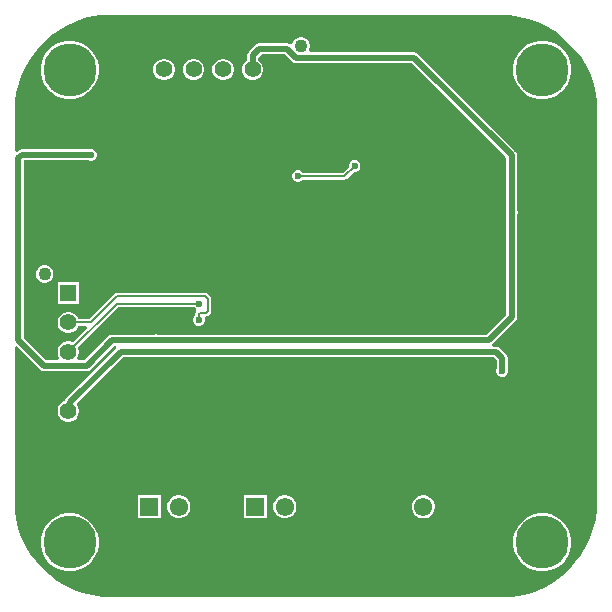
<source format=gbr>
%TF.GenerationSoftware,Altium Limited,Altium Designer,25.6.2 (33)*%
G04 Layer_Physical_Order=2*
G04 Layer_Color=16711680*
%FSLAX45Y45*%
%MOMM*%
%TF.SameCoordinates,15D36C4B-3844-4F14-8141-44B8E1ADB722*%
%TF.FilePolarity,Positive*%
%TF.FileFunction,Copper,L2,Bot,Signal*%
%TF.Part,Single*%
G01*
G75*
%TA.AperFunction,Conductor*%
%ADD31C,0.20000*%
%ADD32C,0.50000*%
%TA.AperFunction,ViaPad*%
%ADD34C,0.60000*%
%TA.AperFunction,ComponentPad*%
%ADD35R,1.55000X1.55000*%
%ADD36C,1.55000*%
%ADD37R,1.40000X1.40000*%
%ADD38C,1.40000*%
%ADD39C,1.10000*%
%ADD40R,1.40000X1.40000*%
%TA.AperFunction,ViaPad*%
%ADD41C,4.50000*%
G36*
X4123545Y4964484D02*
X4123546Y4964484D01*
Y4964485D01*
X4145378Y4965557D01*
X4226490Y4961572D01*
X4306821Y4949656D01*
X4385597Y4929924D01*
X4462060Y4902565D01*
X4535473Y4867843D01*
X4605129Y4826093D01*
X4670358Y4777716D01*
X4730531Y4723179D01*
X4785068Y4663006D01*
X4833445Y4597778D01*
X4875195Y4528121D01*
X4909917Y4454708D01*
X4937276Y4378245D01*
X4957008Y4299469D01*
X4966638Y4234548D01*
X4966638Y4234547D01*
X4966638D01*
X4966659Y4234528D01*
Y877346D01*
X4967298Y874133D01*
X4968257Y854622D01*
X4964272Y773510D01*
X4952356Y693179D01*
X4932623Y614403D01*
X4905265Y537940D01*
X4870543Y464527D01*
X4828792Y394870D01*
X4780416Y329642D01*
X4725878Y269469D01*
X4665706Y214932D01*
X4600477Y166555D01*
X4530821Y124805D01*
X4457408Y90083D01*
X4380945Y62724D01*
X4302169Y42992D01*
X4237247Y33362D01*
X4237247Y33362D01*
Y33362D01*
X4237228Y33341D01*
X894647D01*
X890517Y34286D01*
X890105Y34562D01*
X876454Y37505D01*
X876454Y37504D01*
X854622Y36432D01*
X773510Y40416D01*
X693179Y52332D01*
X614403Y72065D01*
X537940Y99424D01*
X464527Y134146D01*
X394870Y175896D01*
X329642Y224273D01*
X269469Y278810D01*
X214932Y338983D01*
X166555Y404211D01*
X124805Y473867D01*
X90083Y547280D01*
X62724Y623743D01*
X42992Y702520D01*
X33362Y767441D01*
X33362Y767442D01*
X33362D01*
X33340Y767461D01*
Y2150956D01*
X51818Y2158609D01*
X246159Y1964269D01*
X261044Y1954323D01*
X278602Y1950830D01*
X645334D01*
X662892Y1954323D01*
X677777Y1964269D01*
X876163Y2162655D01*
X887677Y2161072D01*
X891104Y2155654D01*
X894196Y2139988D01*
X471855Y1717648D01*
X461909Y1702763D01*
X460939Y1697883D01*
X452339Y1695578D01*
X431817Y1683729D01*
X415060Y1666973D01*
X403211Y1646450D01*
X397078Y1623560D01*
Y1599863D01*
X403211Y1576973D01*
X415060Y1556451D01*
X431817Y1539694D01*
X452339Y1527845D01*
X475229Y1521712D01*
X498926D01*
X521816Y1527845D01*
X542339Y1539694D01*
X559095Y1556451D01*
X570944Y1576973D01*
X577078Y1599863D01*
Y1623560D01*
X570944Y1646450D01*
X559095Y1666973D01*
X555024Y1671044D01*
X949821Y2065841D01*
X4093648D01*
X4115569Y2043920D01*
Y1973210D01*
X4111450Y1963267D01*
Y1943376D01*
X4119062Y1924999D01*
X4133127Y1910934D01*
X4151505Y1903322D01*
X4171396D01*
X4189773Y1910934D01*
X4203838Y1924999D01*
X4211450Y1943376D01*
Y1963267D01*
X4207332Y1973210D01*
Y2062925D01*
X4203839Y2080483D01*
X4193893Y2095368D01*
X4145096Y2144165D01*
X4130211Y2154111D01*
X4112653Y2157604D01*
X4083373D01*
X4077306Y2177604D01*
X4080061Y2179444D01*
X4273611Y2372994D01*
X4283557Y2387879D01*
X4287049Y2405437D01*
Y3274126D01*
X4291167Y3284069D01*
Y3303960D01*
X4287049Y3313903D01*
Y3775271D01*
X4283557Y3792829D01*
X4273611Y3807714D01*
X3445381Y4635943D01*
X3430496Y4645889D01*
X3412938Y4649382D01*
X2536451D01*
X2524904Y4669382D01*
X2527889Y4674551D01*
X2533000Y4693626D01*
Y4713374D01*
X2527889Y4732449D01*
X2518015Y4749551D01*
X2504051Y4763515D01*
X2486949Y4773389D01*
X2467874Y4778500D01*
X2448126D01*
X2429051Y4773389D01*
X2411949Y4763515D01*
X2397985Y4749551D01*
X2388111Y4732449D01*
X2386340Y4725841D01*
X2386284Y4725772D01*
X2363782Y4717785D01*
X2359137Y4720889D01*
X2341579Y4724382D01*
X2104675D01*
X2087116Y4720889D01*
X2072232Y4710943D01*
X2015557Y4654269D01*
X2005611Y4639384D01*
X2002118Y4621825D01*
Y4580933D01*
X1992739Y4575518D01*
X1975982Y4558761D01*
X1964133Y4538239D01*
X1958000Y4515349D01*
Y4491651D01*
X1964133Y4468761D01*
X1975982Y4448239D01*
X1992739Y4431482D01*
X2013261Y4419634D01*
X2036151Y4413500D01*
X2059849D01*
X2082739Y4419634D01*
X2103261Y4431482D01*
X2120018Y4448239D01*
X2131866Y4468761D01*
X2138000Y4491651D01*
Y4515349D01*
X2131866Y4538239D01*
X2120018Y4558761D01*
X2103261Y4575518D01*
X2093882Y4580933D01*
Y4602821D01*
X2123680Y4632619D01*
X2322574D01*
X2384135Y4571057D01*
X2399021Y4561111D01*
X2416579Y4557619D01*
X3393933D01*
X4195286Y3756266D01*
Y3313903D01*
X4191168Y3303960D01*
Y3284069D01*
X4195286Y3274126D01*
Y2424442D01*
X4028613Y2257769D01*
X2164616D01*
X2160650Y2259412D01*
X2140758D01*
X2136792Y2257769D01*
X1249836D01*
X1239893Y2261888D01*
X1220002D01*
X1210059Y2257769D01*
X860510D01*
X842952Y2254277D01*
X828066Y2244331D01*
X626329Y2042593D01*
X571389D01*
X562642Y2062593D01*
X570944Y2076973D01*
X577078Y2099863D01*
Y2123560D01*
X570944Y2146450D01*
X568796Y2150172D01*
X909457Y2490834D01*
X1557374D01*
X1568453Y2479755D01*
X1569215Y2478779D01*
X1572847Y2455865D01*
X1571117Y2454135D01*
X1564487Y2444212D01*
X1562158Y2432506D01*
X1562158Y2432505D01*
Y2423045D01*
X1550358Y2411245D01*
X1542746Y2392868D01*
Y2372977D01*
X1550358Y2354600D01*
X1564423Y2340534D01*
X1582800Y2332922D01*
X1602692D01*
X1621069Y2340534D01*
X1635134Y2354600D01*
X1642746Y2372977D01*
Y2392868D01*
X1642429Y2393634D01*
X1655792Y2413634D01*
X1655885D01*
X1655886Y2413634D01*
X1667591Y2415963D01*
X1677515Y2422593D01*
X1689230Y2434309D01*
X1689231Y2434309D01*
X1695861Y2444233D01*
X1698190Y2455938D01*
X1698189Y2455939D01*
Y2562606D01*
X1695861Y2574311D01*
X1689231Y2584235D01*
X1670415Y2603050D01*
X1660491Y2609681D01*
X1648786Y2612010D01*
X1648785Y2612009D01*
X900219D01*
X888514Y2609681D01*
X878590Y2603050D01*
X878590Y2603050D01*
X667839Y2392300D01*
X572057D01*
X570944Y2396450D01*
X559095Y2416973D01*
X542339Y2433729D01*
X521816Y2445578D01*
X498926Y2451712D01*
X475229D01*
X452339Y2445578D01*
X431817Y2433729D01*
X415060Y2416973D01*
X403211Y2396450D01*
X397078Y2373560D01*
Y2349863D01*
X403211Y2326973D01*
X415060Y2306451D01*
X431817Y2289694D01*
X452339Y2277845D01*
X475229Y2271712D01*
X498926D01*
X521816Y2277845D01*
X542339Y2289694D01*
X559095Y2306451D01*
X570944Y2326973D01*
X572057Y2331124D01*
X637101D01*
X644755Y2312646D01*
X525538Y2193430D01*
X521816Y2195578D01*
X498926Y2201712D01*
X475229D01*
X452339Y2195578D01*
X431817Y2183729D01*
X415060Y2166973D01*
X403211Y2146450D01*
X397078Y2123560D01*
Y2099863D01*
X403211Y2076973D01*
X411514Y2062593D01*
X402767Y2042593D01*
X297607D01*
X110184Y2230016D01*
Y3731904D01*
X112598Y3734319D01*
X658595D01*
X668538Y3730200D01*
X688429D01*
X706806Y3737812D01*
X720872Y3751877D01*
X728483Y3770255D01*
Y3790146D01*
X720872Y3808523D01*
X706806Y3822588D01*
X688429Y3830200D01*
X668538D01*
X658595Y3826082D01*
X93593D01*
X76035Y3822589D01*
X61150Y3812643D01*
X51818Y3803311D01*
X33340Y3810965D01*
Y4114422D01*
X33967Y4123020D01*
X33967Y4123021D01*
X32894Y4144853D01*
X36879Y4225965D01*
X48795Y4306296D01*
X68527Y4385072D01*
X95886Y4461535D01*
X130608Y4534948D01*
X172358Y4604604D01*
X220735Y4669833D01*
X275272Y4730006D01*
X335445Y4784543D01*
X400674Y4832920D01*
X470330Y4874670D01*
X543743Y4909392D01*
X620206Y4936751D01*
X698982Y4956483D01*
X763904Y4966113D01*
X763904Y4966113D01*
Y4966113D01*
X763923Y4966134D01*
X4104389Y4966134D01*
X4123545Y4964484D01*
D02*
G37*
%LPC*%
G36*
X1809849Y4593500D02*
X1786151D01*
X1763261Y4587366D01*
X1742739Y4575518D01*
X1725982Y4558761D01*
X1714133Y4538239D01*
X1708000Y4515349D01*
Y4491651D01*
X1714133Y4468761D01*
X1725982Y4448239D01*
X1742739Y4431482D01*
X1763261Y4419634D01*
X1786151Y4413500D01*
X1809849D01*
X1832739Y4419634D01*
X1853261Y4431482D01*
X1870018Y4448239D01*
X1881866Y4468761D01*
X1888000Y4491651D01*
Y4515349D01*
X1881866Y4538239D01*
X1870018Y4558761D01*
X1853261Y4575518D01*
X1832739Y4587366D01*
X1809849Y4593500D01*
D02*
G37*
G36*
X1559849D02*
X1536151D01*
X1513261Y4587366D01*
X1492739Y4575518D01*
X1475982Y4558761D01*
X1464133Y4538239D01*
X1458000Y4515349D01*
Y4491651D01*
X1464133Y4468761D01*
X1475982Y4448239D01*
X1492739Y4431482D01*
X1513261Y4419634D01*
X1536151Y4413500D01*
X1559849D01*
X1582739Y4419634D01*
X1603261Y4431482D01*
X1620018Y4448239D01*
X1631866Y4468761D01*
X1638000Y4491651D01*
Y4515349D01*
X1631866Y4538239D01*
X1620018Y4558761D01*
X1603261Y4575518D01*
X1582739Y4587366D01*
X1559849Y4593500D01*
D02*
G37*
G36*
X1309849D02*
X1286151D01*
X1263261Y4587366D01*
X1242739Y4575518D01*
X1225982Y4558761D01*
X1214133Y4538239D01*
X1208000Y4515349D01*
Y4491651D01*
X1214133Y4468761D01*
X1225982Y4448239D01*
X1242739Y4431482D01*
X1263261Y4419634D01*
X1286151Y4413500D01*
X1309849D01*
X1332739Y4419634D01*
X1353261Y4431482D01*
X1370018Y4448239D01*
X1381866Y4468761D01*
X1388000Y4491651D01*
Y4515349D01*
X1381866Y4538239D01*
X1370018Y4558761D01*
X1353261Y4575518D01*
X1332739Y4587366D01*
X1309849Y4593500D01*
D02*
G37*
G36*
X4524130Y4745000D02*
X4475869D01*
X4428536Y4735585D01*
X4383949Y4717116D01*
X4343821Y4690304D01*
X4309696Y4656178D01*
X4282884Y4616051D01*
X4264415Y4571464D01*
X4255000Y4524130D01*
Y4475869D01*
X4264415Y4428536D01*
X4282884Y4383949D01*
X4309696Y4343821D01*
X4343821Y4309696D01*
X4383949Y4282884D01*
X4428536Y4264415D01*
X4475869Y4255000D01*
X4524130D01*
X4571464Y4264415D01*
X4616051Y4282884D01*
X4656178Y4309696D01*
X4690304Y4343821D01*
X4717116Y4383949D01*
X4735585Y4428536D01*
X4745000Y4475869D01*
Y4524130D01*
X4735585Y4571464D01*
X4717116Y4616051D01*
X4690304Y4656178D01*
X4656178Y4690304D01*
X4616051Y4717116D01*
X4571464Y4735585D01*
X4524130Y4745000D01*
D02*
G37*
G36*
X524131D02*
X475870D01*
X428536Y4735585D01*
X383949Y4717116D01*
X343822Y4690304D01*
X309696Y4656178D01*
X282884Y4616051D01*
X264415Y4571464D01*
X255000Y4524130D01*
Y4475869D01*
X264415Y4428536D01*
X282884Y4383949D01*
X309696Y4343821D01*
X343822Y4309696D01*
X383949Y4282884D01*
X428536Y4264415D01*
X475870Y4255000D01*
X524131D01*
X571464Y4264415D01*
X616051Y4282884D01*
X656179Y4309696D01*
X690304Y4343821D01*
X717116Y4383949D01*
X735585Y4428536D01*
X745000Y4475869D01*
Y4524130D01*
X735585Y4571464D01*
X717116Y4616051D01*
X690304Y4656178D01*
X656179Y4690304D01*
X616051Y4717116D01*
X571464Y4735585D01*
X524131Y4745000D01*
D02*
G37*
G36*
X2921352Y3736415D02*
X2901460D01*
X2883083Y3728804D01*
X2869018Y3714738D01*
X2861406Y3696361D01*
Y3679673D01*
X2812521Y3630788D01*
X2471898D01*
X2460098Y3642588D01*
X2441721Y3650200D01*
X2421830D01*
X2403452Y3642588D01*
X2389387Y3628523D01*
X2381775Y3610146D01*
Y3590255D01*
X2389387Y3571878D01*
X2403452Y3557812D01*
X2421830Y3550200D01*
X2441721D01*
X2460098Y3557812D01*
X2471898Y3569613D01*
X2825189D01*
X2825191Y3569612D01*
X2836896Y3571941D01*
X2846820Y3578571D01*
X2904663Y3636416D01*
X2921352D01*
X2939729Y3644028D01*
X2953794Y3658093D01*
X2961406Y3676470D01*
Y3696361D01*
X2953794Y3714738D01*
X2939729Y3728804D01*
X2921352Y3736415D01*
D02*
G37*
G36*
X296952Y2846712D02*
X277204D01*
X258129Y2841601D01*
X241027Y2831727D01*
X227063Y2817763D01*
X217189Y2800661D01*
X212078Y2781586D01*
Y2761838D01*
X217189Y2742763D01*
X227063Y2725661D01*
X241027Y2711697D01*
X258129Y2701823D01*
X277204Y2696712D01*
X296952D01*
X316027Y2701823D01*
X333129Y2711697D01*
X347093Y2725661D01*
X356967Y2742763D01*
X362078Y2761838D01*
Y2781586D01*
X356967Y2800661D01*
X347093Y2817763D01*
X333129Y2831727D01*
X316027Y2841601D01*
X296952Y2846712D01*
D02*
G37*
G36*
X577078Y2701712D02*
X397078D01*
Y2521712D01*
X577078D01*
Y2701712D01*
D02*
G37*
G36*
X2334118Y899800D02*
X2308445D01*
X2283648Y893155D01*
X2261415Y880320D01*
X2243262Y862166D01*
X2230426Y839934D01*
X2223781Y815136D01*
Y789464D01*
X2230426Y764666D01*
X2243262Y742434D01*
X2261415Y724281D01*
X2283648Y711445D01*
X2308445Y704800D01*
X2334118D01*
X2358915Y711445D01*
X2381148Y724281D01*
X2399301Y742434D01*
X2412137Y764666D01*
X2418781Y789464D01*
Y815136D01*
X2412137Y839934D01*
X2399301Y862166D01*
X2381148Y880320D01*
X2358915Y893155D01*
X2334118Y899800D01*
D02*
G37*
G36*
X2168781D02*
X1973781D01*
Y704800D01*
X2168781D01*
Y899800D01*
D02*
G37*
G36*
X1436141D02*
X1410469D01*
X1385672Y893155D01*
X1363439Y880320D01*
X1345286Y862166D01*
X1332450Y839934D01*
X1325805Y815136D01*
Y789464D01*
X1332450Y764666D01*
X1345286Y742434D01*
X1363439Y724281D01*
X1385672Y711445D01*
X1410469Y704800D01*
X1436141D01*
X1460939Y711445D01*
X1483172Y724281D01*
X1501325Y742434D01*
X1514161Y764666D01*
X1520805Y789464D01*
Y815136D01*
X1514161Y839934D01*
X1501325Y862166D01*
X1483172Y880320D01*
X1460939Y893155D01*
X1436141Y899800D01*
D02*
G37*
G36*
X1270805D02*
X1075805D01*
Y704800D01*
X1270805D01*
Y899800D01*
D02*
G37*
G36*
X3506391Y897321D02*
X3480719D01*
X3455921Y890677D01*
X3433689Y877841D01*
X3415536Y859688D01*
X3402700Y837455D01*
X3396055Y812658D01*
Y786985D01*
X3402700Y762188D01*
X3415536Y739955D01*
X3433689Y721802D01*
X3455921Y708966D01*
X3480719Y702321D01*
X3506391D01*
X3531189Y708966D01*
X3553421Y721802D01*
X3571575Y739955D01*
X3584410Y762188D01*
X3591055Y786985D01*
Y812658D01*
X3584410Y837455D01*
X3571575Y859688D01*
X3553421Y877841D01*
X3531189Y890677D01*
X3506391Y897321D01*
D02*
G37*
G36*
X4524130Y745000D02*
X4475869D01*
X4428536Y735585D01*
X4383949Y717116D01*
X4343821Y690304D01*
X4309696Y656179D01*
X4282884Y616051D01*
X4264415Y571464D01*
X4255000Y524131D01*
Y475870D01*
X4264415Y428536D01*
X4282884Y383949D01*
X4309696Y343822D01*
X4343821Y309696D01*
X4383949Y282884D01*
X4428536Y264415D01*
X4475869Y255000D01*
X4524130D01*
X4571464Y264415D01*
X4616051Y282884D01*
X4656178Y309696D01*
X4690304Y343822D01*
X4717116Y383949D01*
X4735585Y428536D01*
X4745000Y475870D01*
Y524131D01*
X4735585Y571464D01*
X4717116Y616051D01*
X4690304Y656179D01*
X4656178Y690304D01*
X4616051Y717116D01*
X4571464Y735585D01*
X4524130Y745000D01*
D02*
G37*
G36*
X524131D02*
X475870D01*
X428536Y735585D01*
X383949Y717116D01*
X343822Y690304D01*
X309696Y656179D01*
X282884Y616051D01*
X264415Y571464D01*
X255000Y524131D01*
Y475870D01*
X264415Y428536D01*
X282884Y383949D01*
X309696Y343822D01*
X343822Y309696D01*
X383949Y282884D01*
X428536Y264415D01*
X475870Y255000D01*
X524131D01*
X571464Y264415D01*
X616051Y282884D01*
X656179Y309696D01*
X690304Y343822D01*
X717116Y383949D01*
X735585Y428536D01*
X745000Y475870D01*
Y524131D01*
X735585Y571464D01*
X717116Y616051D01*
X690304Y656179D01*
X656179Y690304D01*
X616051Y717116D01*
X571464Y735585D01*
X524131Y745000D01*
D02*
G37*
%LPD*%
D31*
X2825191Y3600200D02*
X2911406Y3686416D01*
X2431775Y3600200D02*
X2825191D01*
X1655886Y2444222D02*
X1667602Y2455938D01*
Y2562606D01*
X1592746Y2382922D02*
Y2432506D01*
X1604462Y2444222D02*
X1655886D01*
X1592746Y2432506D02*
X1604462Y2444222D01*
X487078Y2361712D02*
X680509D01*
X900219Y2581422D01*
X1648786D01*
X1667602Y2562606D01*
X487078Y2111712D02*
X896788Y2521422D01*
X1597497D01*
D32*
X4112653Y2111722D02*
X4161450Y2062925D01*
X930816Y2111722D02*
X4112653D01*
X4161450Y1953322D02*
Y2062925D01*
X504298Y1628932D02*
Y1685205D01*
X487078Y1611712D02*
X504298Y1628932D01*
Y1685205D02*
X930816Y2111722D01*
X64302Y2211012D02*
X278602Y1996712D01*
X860510Y2211888D02*
X2150704D01*
X645334Y1996712D02*
X860510Y2211888D01*
X278602Y1996712D02*
X645334D01*
X64302Y2211012D02*
Y3750909D01*
X2150704Y2211888D02*
X4047618D01*
X2048000Y4503500D02*
Y4621825D01*
X2104675Y4678500D01*
X2341579D01*
X2416579Y4603500D01*
X3412938D01*
X4241168Y3775271D01*
Y3294014D02*
Y3775271D01*
X93593Y3780200D02*
X678484D01*
X64302Y3750909D02*
X93593Y3780200D01*
X4047618Y2211888D02*
X4241168Y2405437D01*
Y3294014D01*
D34*
X2911406Y3686416D02*
D03*
X2431775Y3600200D02*
D03*
X4161450Y1953322D02*
D03*
X1592746Y2382922D02*
D03*
X1597497Y2521422D02*
D03*
X2150704Y2209412D02*
D03*
X1229948Y2211888D02*
D03*
X4241168Y3294014D02*
D03*
X678484Y3780200D02*
D03*
X4799999Y4499999D02*
D03*
Y3899999D02*
D03*
Y3299999D02*
D03*
Y2699999D02*
D03*
Y2099999D02*
D03*
Y1500000D02*
D03*
Y900000D02*
D03*
X4649999Y4199999D02*
D03*
X4499999Y3899999D02*
D03*
X4649999Y3599999D02*
D03*
X4499999Y3299999D02*
D03*
X4649999Y2999999D02*
D03*
X4499999Y2699999D02*
D03*
X4649999Y2399999D02*
D03*
X4499999Y2099999D02*
D03*
X4649999Y1799999D02*
D03*
X4499999Y1500000D02*
D03*
X4649999Y1200000D02*
D03*
X4499999Y900000D02*
D03*
X4349999Y4799999D02*
D03*
X4199999Y4499999D02*
D03*
X4349999Y4199999D02*
D03*
Y3599999D02*
D03*
Y2999999D02*
D03*
Y2399999D02*
D03*
Y1799999D02*
D03*
X4199999Y1500000D02*
D03*
X4349999Y1200000D02*
D03*
X4199999Y900000D02*
D03*
Y300000D02*
D03*
X4049999Y4799999D02*
D03*
Y4199999D02*
D03*
Y3599999D02*
D03*
X3899999Y2699999D02*
D03*
X4049999Y1799999D02*
D03*
X3899999Y1500000D02*
D03*
X4049999Y1200000D02*
D03*
X3899999Y900000D02*
D03*
X4049999Y600000D02*
D03*
X3899999Y300000D02*
D03*
X3599999Y3899999D02*
D03*
X3749999Y1200000D02*
D03*
Y600000D02*
D03*
X3599999Y300000D02*
D03*
X3449999Y4799999D02*
D03*
Y4199999D02*
D03*
X3299999Y3899999D02*
D03*
X3449999Y3599999D02*
D03*
Y600000D02*
D03*
X3299999Y300000D02*
D03*
X3149999Y4799999D02*
D03*
Y4199999D02*
D03*
X2999999Y3899999D02*
D03*
Y3299999D02*
D03*
Y2699999D02*
D03*
Y1500000D02*
D03*
X3149999Y1200000D02*
D03*
X2999999Y900000D02*
D03*
X3149999Y600000D02*
D03*
X2999999Y300000D02*
D03*
X2699999Y3899999D02*
D03*
Y3299999D02*
D03*
X2849999Y2999999D02*
D03*
X2699999Y2699999D02*
D03*
X2849999Y2399999D02*
D03*
Y1799999D02*
D03*
X2699999Y1500000D02*
D03*
X2849999Y1200000D02*
D03*
X2699999Y900000D02*
D03*
X2849999Y600000D02*
D03*
X2699999Y300000D02*
D03*
X2549999Y4799999D02*
D03*
Y4199999D02*
D03*
Y2399999D02*
D03*
Y1799999D02*
D03*
Y1200000D02*
D03*
Y600000D02*
D03*
X2399999Y300000D02*
D03*
X2249999Y4799999D02*
D03*
Y600000D02*
D03*
X2099999Y300000D02*
D03*
X1949999Y4799999D02*
D03*
Y3599999D02*
D03*
X1799999Y3299999D02*
D03*
Y1500000D02*
D03*
X1949999Y1200000D02*
D03*
X1799999Y900000D02*
D03*
X1949999Y600000D02*
D03*
X1799999Y300000D02*
D03*
X1649999Y4799999D02*
D03*
Y3599999D02*
D03*
X1500000Y3299999D02*
D03*
X1649999Y2999999D02*
D03*
Y1799999D02*
D03*
Y1200000D02*
D03*
Y600000D02*
D03*
X1500000Y300000D02*
D03*
X1350000Y4799999D02*
D03*
X1200000Y3899999D02*
D03*
Y3299999D02*
D03*
X1350000Y2999999D02*
D03*
Y600000D02*
D03*
X1200000Y300000D02*
D03*
X1050000Y4799999D02*
D03*
X900000Y4499999D02*
D03*
X1050000Y4199999D02*
D03*
Y2999999D02*
D03*
X900000Y2699999D02*
D03*
X1050000Y1200000D02*
D03*
X900000Y900000D02*
D03*
X1050000Y600000D02*
D03*
X900000Y300000D02*
D03*
X750000Y4799999D02*
D03*
Y3599999D02*
D03*
Y2999999D02*
D03*
Y1799999D02*
D03*
X600000Y1500000D02*
D03*
X750000Y1200000D02*
D03*
X600000Y900000D02*
D03*
X450000Y4799999D02*
D03*
Y4199999D02*
D03*
X300000Y3899999D02*
D03*
Y2099999D02*
D03*
Y1500000D02*
D03*
X450000Y1200000D02*
D03*
X300000Y900000D02*
D03*
Y300000D02*
D03*
D35*
X3243555Y799821D02*
D03*
X2071281Y802300D02*
D03*
X1173305D02*
D03*
D36*
X3493555Y799821D02*
D03*
X2321281Y802300D02*
D03*
X1423305D02*
D03*
D37*
X2298000Y4503500D02*
D03*
D38*
X487078Y1861712D02*
D03*
X1298000Y4503500D02*
D03*
X1548000D02*
D03*
X1798000D02*
D03*
X2048000D02*
D03*
X487078Y2361712D02*
D03*
Y2111712D02*
D03*
Y1611712D02*
D03*
D39*
X2458000Y4703500D02*
D03*
X287078Y2771712D02*
D03*
D40*
X487078Y2611712D02*
D03*
D41*
X4500000Y4500000D02*
D03*
X500000Y500000D02*
D03*
X4500000D02*
D03*
X500000Y4500000D02*
D03*
%TF.MD5,4725ea362be09d90091c289c0f2aecd7*%
M02*

</source>
